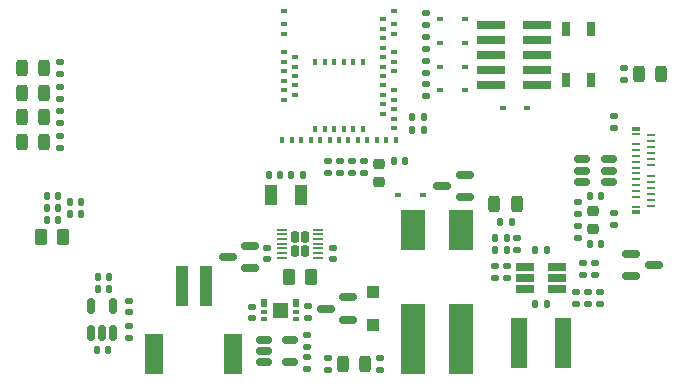
<source format=gbr>
%TF.GenerationSoftware,KiCad,Pcbnew,(6.0.9)*%
%TF.CreationDate,2022-12-01T07:32:15+10:00*%
%TF.ProjectId,NRF52Motherboard,4e524635-324d-46f7-9468-6572626f6172,rev?*%
%TF.SameCoordinates,Original*%
%TF.FileFunction,Paste,Top*%
%TF.FilePolarity,Positive*%
%FSLAX46Y46*%
G04 Gerber Fmt 4.6, Leading zero omitted, Abs format (unit mm)*
G04 Created by KiCad (PCBNEW (6.0.9)) date 2022-12-01 07:32:15*
%MOMM*%
%LPD*%
G01*
G04 APERTURE LIST*
G04 Aperture macros list*
%AMRoundRect*
0 Rectangle with rounded corners*
0 $1 Rounding radius*
0 $2 $3 $4 $5 $6 $7 $8 $9 X,Y pos of 4 corners*
0 Add a 4 corners polygon primitive as box body*
4,1,4,$2,$3,$4,$5,$6,$7,$8,$9,$2,$3,0*
0 Add four circle primitives for the rounded corners*
1,1,$1+$1,$2,$3*
1,1,$1+$1,$4,$5*
1,1,$1+$1,$6,$7*
1,1,$1+$1,$8,$9*
0 Add four rect primitives between the rounded corners*
20,1,$1+$1,$2,$3,$4,$5,0*
20,1,$1+$1,$4,$5,$6,$7,0*
20,1,$1+$1,$6,$7,$8,$9,0*
20,1,$1+$1,$8,$9,$2,$3,0*%
G04 Aperture macros list end*
%ADD10C,0.010000*%
%ADD11RoundRect,0.140000X0.170000X-0.140000X0.170000X0.140000X-0.170000X0.140000X-0.170000X-0.140000X0*%
%ADD12RoundRect,0.135000X0.185000X-0.135000X0.185000X0.135000X-0.185000X0.135000X-0.185000X-0.135000X0*%
%ADD13R,0.600000X0.450000*%
%ADD14RoundRect,0.250000X0.262500X0.450000X-0.262500X0.450000X-0.262500X-0.450000X0.262500X-0.450000X0*%
%ADD15RoundRect,0.135000X-0.185000X0.135000X-0.185000X-0.135000X0.185000X-0.135000X0.185000X0.135000X0*%
%ADD16RoundRect,0.140000X0.140000X0.170000X-0.140000X0.170000X-0.140000X-0.170000X0.140000X-0.170000X0*%
%ADD17RoundRect,0.180000X-0.180000X-0.295000X0.180000X-0.295000X0.180000X0.295000X-0.180000X0.295000X0*%
%ADD18RoundRect,0.050000X-0.337500X-0.050000X0.337500X-0.050000X0.337500X0.050000X-0.337500X0.050000X0*%
%ADD19R,1.100000X1.100000*%
%ADD20RoundRect,0.140000X-0.140000X-0.170000X0.140000X-0.170000X0.140000X0.170000X-0.140000X0.170000X0*%
%ADD21RoundRect,0.243750X-0.243750X-0.456250X0.243750X-0.456250X0.243750X0.456250X-0.243750X0.456250X0*%
%ADD22R,1.560000X0.650000*%
%ADD23RoundRect,0.218750X-0.256250X0.218750X-0.256250X-0.218750X0.256250X-0.218750X0.256250X0.218750X0*%
%ADD24RoundRect,0.150000X0.150000X-0.512500X0.150000X0.512500X-0.150000X0.512500X-0.150000X-0.512500X0*%
%ADD25R,0.650000X1.200000*%
%ADD26RoundRect,0.150000X-0.512500X-0.150000X0.512500X-0.150000X0.512500X0.150000X-0.512500X0.150000X0*%
%ADD27R,0.600000X0.400000*%
%ADD28R,0.400000X0.600000*%
%ADD29RoundRect,0.135000X0.135000X0.185000X-0.135000X0.185000X-0.135000X-0.185000X0.135000X-0.185000X0*%
%ADD30RoundRect,0.150000X0.587500X0.150000X-0.587500X0.150000X-0.587500X-0.150000X0.587500X-0.150000X0*%
%ADD31R,1.400000X4.200000*%
%ADD32R,1.000000X3.500000*%
%ADD33R,1.500000X3.400000*%
%ADD34R,0.500000X0.750000*%
%ADD35R,0.500000X0.400000*%
%ADD36R,2.000000X6.000000*%
%ADD37R,2.000000X3.500000*%
%ADD38R,0.750000X0.250000*%
%ADD39R,0.750000X0.300000*%
%ADD40RoundRect,0.243750X0.243750X0.456250X-0.243750X0.456250X-0.243750X-0.456250X0.243750X-0.456250X0*%
%ADD41R,2.400000X0.740000*%
%ADD42RoundRect,0.135000X-0.135000X-0.185000X0.135000X-0.185000X0.135000X0.185000X-0.135000X0.185000X0*%
%ADD43R,1.000000X1.800000*%
%ADD44RoundRect,0.150000X-0.587500X-0.150000X0.587500X-0.150000X0.587500X0.150000X-0.587500X0.150000X0*%
%ADD45RoundRect,0.140000X-0.170000X0.140000X-0.170000X-0.140000X0.170000X-0.140000X0.170000X0.140000X0*%
G04 APERTURE END LIST*
%TO.C,U1*%
G36*
X95570000Y-122070851D02*
G01*
X94429149Y-122070851D01*
X94429149Y-120930000D01*
X95570000Y-120930000D01*
X95570000Y-122070851D01*
G37*
D10*
X95570000Y-122070851D02*
X94429149Y-122070851D01*
X94429149Y-120930000D01*
X95570000Y-120930000D01*
X95570000Y-122070851D01*
%TD*%
D11*
%TO.C,C26*%
X97312500Y-126480000D03*
X97312500Y-125520000D03*
%TD*%
D12*
%TO.C,R32*%
X103450000Y-126610000D03*
X103450000Y-125590000D03*
%TD*%
%TO.C,R24*%
X115100000Y-116410000D03*
X115100000Y-115390000D03*
%TD*%
D13*
%TO.C,D5*%
X110650000Y-100900000D03*
X108550000Y-100900000D03*
%TD*%
D14*
%TO.C,R7*%
X76612500Y-115350000D03*
X74787500Y-115350000D03*
%TD*%
D15*
%TO.C,R12*%
X76400000Y-106790000D03*
X76400000Y-107810000D03*
%TD*%
D16*
%TO.C,C15*%
X76250000Y-113900000D03*
X75290000Y-113900000D03*
%TD*%
D17*
%TO.C,U2*%
X97145000Y-116490000D03*
X96255000Y-115310000D03*
X96255000Y-116490000D03*
X97145000Y-115310000D03*
D18*
X95212500Y-114700000D03*
X95212500Y-115100000D03*
X95212500Y-115500000D03*
X95212500Y-115900000D03*
X95212500Y-116300000D03*
X95212500Y-116700000D03*
X95212500Y-117100000D03*
X98187500Y-117100000D03*
X98187500Y-116700000D03*
X98187500Y-116300000D03*
X98187500Y-115900000D03*
X98187500Y-115500000D03*
X98187500Y-115100000D03*
X98187500Y-114700000D03*
%TD*%
D19*
%TO.C,D11*%
X102900000Y-120000000D03*
X102900000Y-122800000D03*
%TD*%
D20*
%TO.C,C23*%
X75290000Y-112900000D03*
X76250000Y-112900000D03*
%TD*%
D21*
%TO.C,D9*%
X73162500Y-103100000D03*
X75037500Y-103100000D03*
%TD*%
D20*
%TO.C,C14*%
X79470000Y-124937500D03*
X80430000Y-124937500D03*
%TD*%
D22*
%TO.C,U4*%
X118430000Y-119750000D03*
X118430000Y-118800000D03*
X118430000Y-117850000D03*
X115730000Y-117850000D03*
X115730000Y-118800000D03*
X115730000Y-119750000D03*
%TD*%
D11*
%TO.C,C3*%
X93900000Y-117180000D03*
X93900000Y-116220000D03*
%TD*%
D16*
%TO.C,C25*%
X76240000Y-111900000D03*
X75280000Y-111900000D03*
%TD*%
D21*
%TO.C,D13*%
X113162500Y-112500000D03*
X115037500Y-112500000D03*
%TD*%
%TO.C,D8*%
X73162500Y-107300000D03*
X75037500Y-107300000D03*
%TD*%
D20*
%TO.C,C12*%
X79570000Y-118737500D03*
X80530000Y-118737500D03*
%TD*%
D23*
%TO.C,L1*%
X121500000Y-113112500D03*
X121500000Y-114687500D03*
%TD*%
D24*
%TO.C,U5*%
X79000000Y-123475000D03*
X79950000Y-123475000D03*
X80900000Y-123475000D03*
X80900000Y-121200000D03*
X79000000Y-121200000D03*
%TD*%
D25*
%TO.C,SW1*%
X121375000Y-102050000D03*
X121375000Y-97750000D03*
X119225000Y-97750000D03*
X119225000Y-102050000D03*
%TD*%
D15*
%TO.C,R6*%
X121700000Y-117490000D03*
X121700000Y-118510000D03*
%TD*%
D26*
%TO.C,U7*%
X120562500Y-108750000D03*
X120562500Y-109700000D03*
X120562500Y-110650000D03*
X122837500Y-110650000D03*
X122837500Y-109700000D03*
X122837500Y-108750000D03*
%TD*%
D15*
%TO.C,R11*%
X76400000Y-100490000D03*
X76400000Y-101510000D03*
%TD*%
D11*
%TO.C,C10*%
X120100000Y-120980000D03*
X120100000Y-120020000D03*
%TD*%
D23*
%TO.C,L3*%
X103400000Y-109112500D03*
X103400000Y-110687500D03*
%TD*%
D20*
%TO.C,C16*%
X77220000Y-113400000D03*
X78180000Y-113400000D03*
%TD*%
D27*
%TO.C,U6*%
X95350000Y-96200000D03*
X95350000Y-97300000D03*
X95350000Y-98100000D03*
X95350000Y-99700000D03*
X96250000Y-100100000D03*
X95350000Y-100500000D03*
X96250000Y-100900000D03*
X95350000Y-101300000D03*
X96250000Y-101700000D03*
X95350000Y-102100000D03*
X96250000Y-102500000D03*
X95350000Y-102900000D03*
X96250000Y-103300000D03*
X95350000Y-103700000D03*
D28*
X95200000Y-107100000D03*
X96000000Y-107100000D03*
X96800000Y-107100000D03*
X97600000Y-107100000D03*
X98000000Y-106200000D03*
X98400000Y-107100000D03*
X98800000Y-106200000D03*
X99200000Y-107100000D03*
X99600000Y-106200000D03*
X100000000Y-107100000D03*
X100400000Y-106200000D03*
X100800000Y-107100000D03*
X101200000Y-106200000D03*
X101600000Y-107100000D03*
X102000000Y-106200000D03*
X102400000Y-107100000D03*
X103200000Y-107100000D03*
X104000000Y-107100000D03*
X104800000Y-107100000D03*
D27*
X104650000Y-106100000D03*
X104650000Y-105300000D03*
X103750000Y-104900000D03*
X104650000Y-104500000D03*
X103750000Y-104100000D03*
X104650000Y-103700000D03*
X103750000Y-103300000D03*
X104650000Y-102900000D03*
X103750000Y-102500000D03*
X103750000Y-101700000D03*
X104650000Y-101300000D03*
X103750000Y-100900000D03*
X104650000Y-100500000D03*
X103750000Y-100100000D03*
X104650000Y-99700000D03*
X103750000Y-99300000D03*
X103750000Y-98500000D03*
X104650000Y-98100000D03*
X103750000Y-97700000D03*
X104650000Y-97300000D03*
X103750000Y-96900000D03*
X104650000Y-96200000D03*
D28*
X98000000Y-100500000D03*
X98800000Y-100500000D03*
X99600000Y-100500000D03*
X100400000Y-100500000D03*
X101200000Y-100500000D03*
X102000000Y-100500000D03*
%TD*%
D13*
%TO.C,D2*%
X115950000Y-104400000D03*
X113850000Y-104400000D03*
%TD*%
%TO.C,D6*%
X110650000Y-96900000D03*
X108550000Y-96900000D03*
%TD*%
D12*
%TO.C,R1*%
X97400000Y-122210000D03*
X97400000Y-121190000D03*
%TD*%
D15*
%TO.C,R25*%
X82250000Y-122827500D03*
X82250000Y-123847500D03*
%TD*%
D20*
%TO.C,C11*%
X79570000Y-119737500D03*
X80530000Y-119737500D03*
%TD*%
D21*
%TO.C,D10*%
X73162500Y-105200000D03*
X75037500Y-105200000D03*
%TD*%
D11*
%TO.C,C19*%
X101100000Y-109880000D03*
X101100000Y-108920000D03*
%TD*%
D13*
%TO.C,D4*%
X110650000Y-98900000D03*
X108550000Y-98900000D03*
%TD*%
D15*
%TO.C,R13*%
X120200000Y-114390000D03*
X120200000Y-115410000D03*
%TD*%
D20*
%TO.C,C18*%
X104620000Y-108912500D03*
X105580000Y-108912500D03*
%TD*%
D29*
%TO.C,R16*%
X107210000Y-105200000D03*
X106190000Y-105200000D03*
%TD*%
D15*
%TO.C,R10*%
X123300000Y-105090000D03*
X123300000Y-106110000D03*
%TD*%
%TO.C,R17*%
X120200000Y-112390000D03*
X120200000Y-113410000D03*
%TD*%
D11*
%TO.C,C13*%
X82250000Y-121717500D03*
X82250000Y-120757500D03*
%TD*%
%TO.C,C6*%
X114200000Y-118780000D03*
X114200000Y-117820000D03*
%TD*%
D30*
%TO.C,Q1*%
X110637500Y-111950000D03*
X110637500Y-110050000D03*
X108762500Y-111000000D03*
%TD*%
%TO.C,Q4*%
X92437500Y-117950000D03*
X92437500Y-116050000D03*
X90562500Y-117000000D03*
%TD*%
D12*
%TO.C,R8*%
X120700000Y-118510000D03*
X120700000Y-117490000D03*
%TD*%
D31*
%TO.C,L2*%
X115230000Y-124300000D03*
X118930000Y-124300000D03*
%TD*%
D13*
%TO.C,D1*%
X107100000Y-111800000D03*
X105000000Y-111800000D03*
%TD*%
D12*
%TO.C,R4*%
X97312500Y-124610000D03*
X97312500Y-123590000D03*
%TD*%
D14*
%TO.C,R2*%
X97612500Y-118690000D03*
X95787500Y-118690000D03*
%TD*%
D26*
%TO.C,U3*%
X93612500Y-124050000D03*
X93612500Y-125000000D03*
X93612500Y-125950000D03*
X95887500Y-125950000D03*
X95887500Y-124050000D03*
%TD*%
D29*
%TO.C,R5*%
X114210000Y-116400000D03*
X113190000Y-116400000D03*
%TD*%
D20*
%TO.C,C24*%
X77220000Y-112400000D03*
X78180000Y-112400000D03*
%TD*%
D15*
%TO.C,R29*%
X107400000Y-96390000D03*
X107400000Y-97410000D03*
%TD*%
D20*
%TO.C,C2*%
X121220000Y-115900000D03*
X122180000Y-115900000D03*
%TD*%
D15*
%TO.C,R20*%
X99100000Y-108890000D03*
X99100000Y-109910000D03*
%TD*%
%TO.C,R9*%
X123300000Y-113290000D03*
X123300000Y-114310000D03*
%TD*%
D21*
%TO.C,D16*%
X100312500Y-126100000D03*
X102187500Y-126100000D03*
%TD*%
D15*
%TO.C,R26*%
X107400000Y-102390000D03*
X107400000Y-103410000D03*
%TD*%
D11*
%TO.C,C7*%
X113200000Y-118780000D03*
X113200000Y-117820000D03*
%TD*%
D32*
%TO.C,J6*%
X86700000Y-119450000D03*
X88700000Y-119450000D03*
D33*
X84350000Y-125200000D03*
X91050000Y-125200000D03*
%TD*%
D20*
%TO.C,C21*%
X94070000Y-110100000D03*
X95030000Y-110100000D03*
%TD*%
D34*
%TO.C,U1*%
X93650000Y-120900000D03*
D35*
X93650000Y-121675000D03*
X93650000Y-122275000D03*
X96350000Y-122275000D03*
X96350000Y-121675000D03*
D34*
X96350000Y-120900000D03*
%TD*%
D15*
%TO.C,R27*%
X107400000Y-100390000D03*
X107400000Y-101410000D03*
%TD*%
D13*
%TO.C,D3*%
X110650000Y-102900000D03*
X108550000Y-102900000D03*
%TD*%
D12*
%TO.C,R30*%
X99050000Y-126610000D03*
X99050000Y-125590000D03*
%TD*%
D15*
%TO.C,R28*%
X107400000Y-98390000D03*
X107400000Y-99410000D03*
%TD*%
D16*
%TO.C,C8*%
X117580000Y-121000000D03*
X116620000Y-121000000D03*
%TD*%
D36*
%TO.C,J1*%
X106300000Y-124000000D03*
D37*
X106300000Y-114750000D03*
D36*
X110300000Y-124000000D03*
D37*
X110300000Y-114750000D03*
%TD*%
D11*
%TO.C,C4*%
X92600000Y-122180000D03*
X92600000Y-121220000D03*
%TD*%
D12*
%TO.C,R21*%
X124100000Y-102010000D03*
X124100000Y-100990000D03*
%TD*%
D29*
%TO.C,R3*%
X114210000Y-115400000D03*
X113190000Y-115400000D03*
%TD*%
D38*
%TO.C,J3*%
X125125000Y-112750000D03*
X125125000Y-111950000D03*
X125125000Y-111450000D03*
X125125000Y-110950000D03*
X125125000Y-110450000D03*
X125125000Y-109950000D03*
X125125000Y-109450000D03*
X125125000Y-108950000D03*
X125125000Y-108450000D03*
X125125000Y-107950000D03*
X125125000Y-107450000D03*
X125125000Y-106650000D03*
X126375000Y-106700000D03*
X126375000Y-107200000D03*
X126375000Y-107700000D03*
X126375000Y-108200000D03*
X126375000Y-108700000D03*
X126375000Y-109200000D03*
X126375000Y-110200000D03*
X126375000Y-110700000D03*
X126375000Y-111200000D03*
X126375000Y-111700000D03*
X126375000Y-112200000D03*
X126375000Y-112700000D03*
D39*
X125125000Y-113250000D03*
X125125000Y-106150000D03*
%TD*%
D11*
%TO.C,C9*%
X121100000Y-120980000D03*
X121100000Y-120020000D03*
%TD*%
D15*
%TO.C,R14*%
X76400000Y-102590000D03*
X76400000Y-103610000D03*
%TD*%
D40*
%TO.C,D12*%
X127237500Y-101500000D03*
X125362500Y-101500000D03*
%TD*%
D41*
%TO.C,J2*%
X116750000Y-102440000D03*
X112850000Y-102440000D03*
X116750000Y-101170000D03*
X112850000Y-101170000D03*
X116750000Y-99900000D03*
X112850000Y-99900000D03*
X116750000Y-98630000D03*
X112850000Y-98630000D03*
X116750000Y-97360000D03*
X112850000Y-97360000D03*
%TD*%
D16*
%TO.C,C22*%
X96930000Y-110100000D03*
X95970000Y-110100000D03*
%TD*%
D20*
%TO.C,C1*%
X121220000Y-111900000D03*
X122180000Y-111900000D03*
%TD*%
D42*
%TO.C,R22*%
X113590000Y-114100000D03*
X114610000Y-114100000D03*
%TD*%
D11*
%TO.C,C27*%
X122100000Y-120980000D03*
X122100000Y-120020000D03*
%TD*%
D42*
%TO.C,R23*%
X116590000Y-116400000D03*
X117610000Y-116400000D03*
%TD*%
D43*
%TO.C,Y1*%
X94250000Y-111775000D03*
X96750000Y-111775000D03*
%TD*%
D29*
%TO.C,R15*%
X107210000Y-106300000D03*
X106190000Y-106300000D03*
%TD*%
D44*
%TO.C,Q2*%
X124762500Y-116750000D03*
X124762500Y-118650000D03*
X126637500Y-117700000D03*
%TD*%
D45*
%TO.C,C5*%
X99500000Y-116240000D03*
X99500000Y-117200000D03*
%TD*%
D15*
%TO.C,R18*%
X76400000Y-104690000D03*
X76400000Y-105710000D03*
%TD*%
D11*
%TO.C,C20*%
X102100000Y-109880000D03*
X102100000Y-108920000D03*
%TD*%
D21*
%TO.C,D7*%
X73162500Y-101000000D03*
X75037500Y-101000000D03*
%TD*%
D30*
%TO.C,Q3*%
X100737500Y-122350000D03*
X100737500Y-120450000D03*
X98862500Y-121400000D03*
%TD*%
D15*
%TO.C,R19*%
X100100000Y-108890000D03*
X100100000Y-109910000D03*
%TD*%
M02*

</source>
